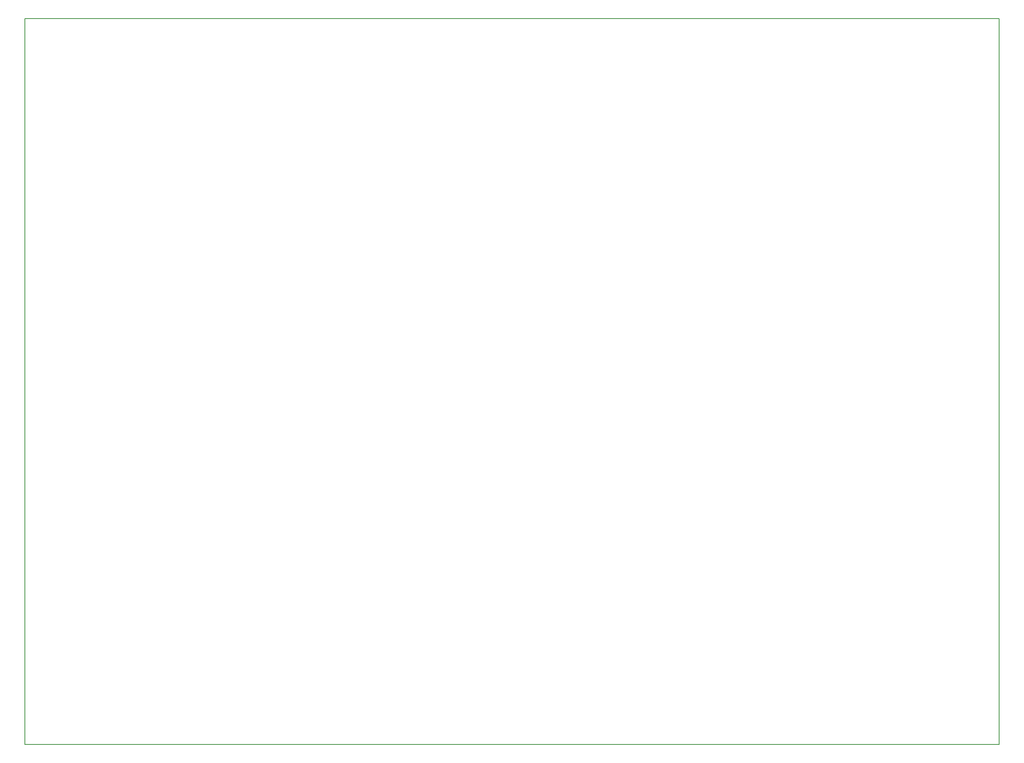
<source format=gbr>
G04 PROTEUS GERBER X2 FILE*
%TF.GenerationSoftware,Labcenter,Proteus,8.11-SP0-Build30052*%
%TF.CreationDate,2021-11-27T06:41:44+00:00*%
%TF.FileFunction,NonPlated,1,2,NPTH*%
%TF.FilePolarity,Positive*%
%TF.Part,Single*%
%TF.SameCoordinates,{e397242e-da90-49e6-b63e-a6f9376aac74}*%
%FSLAX45Y45*%
%MOMM*%
G01*
%TA.AperFunction,Profile*%
%ADD26C,0.203200*%
%TD.AperFunction*%
D26*
X-19350000Y+21790000D02*
X+1550000Y+21790000D01*
X+1550000Y+37360000D01*
X-19350000Y+37360000D01*
X-19350000Y+21790000D01*
M02*

</source>
